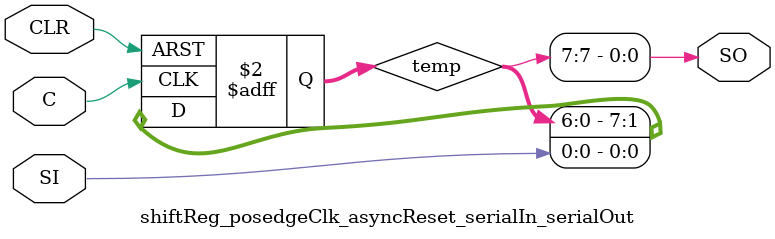
<source format=v>
`timescale 1ns / 1ps

module shiftReg_posedgeClk_asyncReset_serialIn_serialOut(
    input C,
    input CLR,
    input SI,
    output SO
    );
	 
	 reg [7:0] temp;
	 
	 always @ (posedge C or posedge CLR) begin
		if (CLR)
			temp <= 8'b00000000;
		else
			temp <= {temp[6:0], SI};
	 end
	 
	 assign SO = temp[7];


endmodule

</source>
